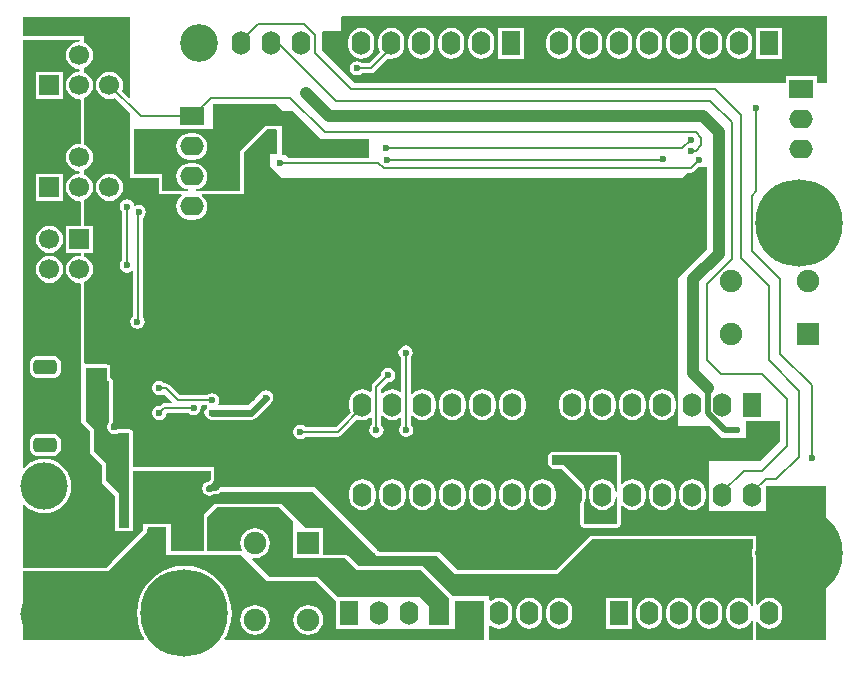
<source format=gbl>
G04*
G04 #@! TF.GenerationSoftware,Altium Limited,Altium Designer,19.1.4 (82)*
G04*
G04 Layer_Physical_Order=2*
G04 Layer_Color=16711680*
%FSLAX44Y44*%
%MOMM*%
G71*
G01*
G75*
%ADD10C,0.5000*%
%ADD11C,0.2000*%
%ADD12C,0.4000*%
%ADD20R,1.9000X1.9000*%
%ADD62C,1.9000*%
%ADD63R,1.9000X1.9000*%
%ADD69C,0.6000*%
%ADD72C,1.0000*%
%ADD73R,2.0000X1.6000*%
%ADD74O,2.0000X1.6000*%
%ADD75O,1.6000X2.0000*%
%ADD76R,1.6000X2.0000*%
%ADD77C,1.7000*%
%ADD78R,1.7000X1.7000*%
G04:AMPARAMS|DCode=79|XSize=2mm|YSize=1.25mm|CornerRadius=0.375mm|HoleSize=0mm|Usage=FLASHONLY|Rotation=0.000|XOffset=0mm|YOffset=0mm|HoleType=Round|Shape=RoundedRectangle|*
%AMROUNDEDRECTD79*
21,1,2.0000,0.5000,0,0,0.0*
21,1,1.2500,1.2500,0,0,0.0*
1,1,0.7500,0.6250,-0.2500*
1,1,0.7500,-0.6250,-0.2500*
1,1,0.7500,-0.6250,0.2500*
1,1,0.7500,0.6250,0.2500*
%
%ADD79ROUNDEDRECTD79*%
%ADD80C,7.4000*%
%ADD81C,3.2000*%
%ADD82C,4.0000*%
%ADD83C,0.6000*%
G36*
X684000Y474000D02*
X675000D01*
Y480000D01*
X649000D01*
Y474000D01*
X284000D01*
X256000Y502000D01*
Y517102D01*
X256898Y518000D01*
X272000Y518000D01*
X272000Y530586D01*
X273000Y531000D01*
X684000D01*
Y474000D01*
D02*
G37*
G36*
X94000Y462067D02*
X92827Y461581D01*
X86691Y467717D01*
X87404Y469438D01*
X87799Y472440D01*
X87404Y475442D01*
X86245Y478240D01*
X84402Y480642D01*
X82000Y482485D01*
X79202Y483644D01*
X76200Y484039D01*
X73198Y483644D01*
X70400Y482485D01*
X67998Y480642D01*
X66155Y478240D01*
X64996Y475442D01*
X64601Y472440D01*
X64996Y469438D01*
X66155Y466640D01*
X67998Y464238D01*
X70400Y462395D01*
X73198Y461236D01*
X76200Y460841D01*
X79202Y461236D01*
X80923Y461949D01*
X94000Y448872D01*
Y394000D01*
X118000D01*
Y380000D01*
X137137D01*
X137568Y378730D01*
X136155Y377645D01*
X134391Y375347D01*
X133283Y372672D01*
X132905Y369800D01*
X133283Y366928D01*
X134391Y364253D01*
X136155Y361955D01*
X138453Y360191D01*
X141128Y359083D01*
X144000Y358705D01*
X148000D01*
X150872Y359083D01*
X153547Y360191D01*
X155845Y361955D01*
X157608Y364253D01*
X158717Y366928D01*
X159095Y369800D01*
X158717Y372672D01*
X157608Y375347D01*
X155845Y377645D01*
X154432Y378730D01*
X154863Y380000D01*
X190000D01*
X190000Y415000D01*
X210000Y435000D01*
X217102Y435000D01*
X218000Y434102D01*
X218000Y414000D01*
X212000Y414000D01*
X212000Y404000D01*
X221999Y394000D01*
X561001Y394001D01*
X565422Y398422D01*
X568500D01*
X568500Y398422D01*
X570061Y398732D01*
X571384Y399616D01*
X574708Y402940D01*
X575000Y402882D01*
X575591Y403000D01*
X582000Y403000D01*
X582000Y333000D01*
X558000Y309000D01*
X558000Y184000D01*
X585000Y184000D01*
X595000Y174000D01*
X615000Y174000D01*
X615000Y188000D01*
X644000D01*
Y171000D01*
X627000Y154000D01*
X584000D01*
Y112000D01*
X632000D01*
Y133000D01*
X683000D01*
Y3000D01*
X624059D01*
X624059Y17751D01*
X625329Y18004D01*
X625392Y17852D01*
X627155Y15555D01*
X629453Y13792D01*
X632128Y12683D01*
X635000Y12305D01*
X637872Y12683D01*
X640547Y13792D01*
X642845Y15555D01*
X644609Y17852D01*
X645717Y20528D01*
X646095Y23400D01*
Y27400D01*
X645717Y30272D01*
X644609Y32947D01*
X642845Y35245D01*
X640547Y37009D01*
X637872Y38117D01*
X635000Y38495D01*
X632128Y38117D01*
X629453Y37009D01*
X627155Y35245D01*
X625392Y32947D01*
X625329Y32796D01*
X624059Y33049D01*
X624059Y68966D01*
X624000Y69262D01*
Y83138D01*
X624059Y83434D01*
Y88000D01*
X624000Y88296D01*
Y91000D01*
X621296D01*
X621000Y91059D01*
X485000Y91059D01*
X485000Y91059D01*
X484704Y91000D01*
X483000D01*
X454059Y62059D01*
X429591D01*
X429296Y62000D01*
X428704D01*
X428409Y62059D01*
X422591D01*
X422295Y62000D01*
X421704D01*
X421409Y62059D01*
X415591D01*
X415296Y62000D01*
X414704D01*
X414409Y62059D01*
X370942D01*
X356000Y77000D01*
X354296D01*
X354000Y77059D01*
X354000Y77059D01*
X304941D01*
X250000Y132000D01*
X195000Y132000D01*
X170000D01*
X168819Y130819D01*
X167837Y130163D01*
X167837Y130163D01*
X166733Y129059D01*
X164317Y129059D01*
X164021Y129000D01*
X163720D01*
X163442Y128885D01*
X163146Y128826D01*
X162896Y128659D01*
X162617Y128543D01*
X162148Y128229D01*
X161000Y128001D01*
X159852Y128229D01*
X159383Y128543D01*
X159104Y128659D01*
X158965Y128752D01*
X158229Y129852D01*
X158001Y131000D01*
X158229Y132148D01*
X158879Y133120D01*
X159852Y133771D01*
X160495Y133898D01*
X160774Y134014D01*
X161069Y134073D01*
X161319Y134240D01*
X161598Y134355D01*
X161811Y134568D01*
X162061Y134735D01*
X164163Y136837D01*
X164826Y137830D01*
X165059Y139000D01*
X165059Y139000D01*
Y146000D01*
X165000Y146295D01*
Y149000D01*
X162295D01*
X162000Y149059D01*
X96059D01*
Y178000D01*
X96000Y178295D01*
Y180000D01*
X95272D01*
X95163Y180163D01*
X94171Y180826D01*
X93000Y181059D01*
X83442D01*
X83147Y181000D01*
X82846D01*
X82567Y180885D01*
X82272Y180826D01*
X82022Y180659D01*
X81743Y180543D01*
X81648Y180479D01*
X80500Y180251D01*
X79352Y180479D01*
X78380Y181129D01*
X77729Y182102D01*
X77501Y183250D01*
X77729Y184398D01*
X78543Y185616D01*
X78658Y185894D01*
X78826Y186144D01*
X78885Y186440D01*
X79000Y186718D01*
X79000Y187019D01*
X79059Y187315D01*
X79059Y221707D01*
X79000Y222002D01*
Y222303D01*
X78885Y222582D01*
X78826Y222877D01*
X78658Y223128D01*
X78543Y223406D01*
X78330Y223619D01*
X78163Y223869D01*
X77912Y224037D01*
X77787Y224162D01*
X77787Y224163D01*
X77786Y224163D01*
X77699Y224250D01*
X77449Y224417D01*
X77323Y224543D01*
X77059Y224653D01*
Y225659D01*
X77000Y225954D01*
Y226546D01*
X77059Y226841D01*
X77059Y233000D01*
X77000Y233295D01*
Y236000D01*
X74295D01*
X74000Y236059D01*
X56000D01*
X55059Y236980D01*
X55059Y304196D01*
X55039Y304295D01*
X55052Y304396D01*
X55000Y304591D01*
Y305892D01*
X56600Y306555D01*
X59002Y308398D01*
X60845Y310800D01*
X62004Y313598D01*
X62399Y316600D01*
X62004Y319602D01*
X60845Y322400D01*
X59002Y324802D01*
X56600Y326645D01*
X55000Y327308D01*
Y328609D01*
X55052Y328804D01*
X55039Y328905D01*
X55059Y329004D01*
Y330500D01*
X62300D01*
Y353500D01*
X55059D01*
Y373676D01*
X55039Y373775D01*
X55052Y373876D01*
X55000Y374071D01*
Y375372D01*
X56600Y376035D01*
X59002Y377878D01*
X60845Y380280D01*
X62004Y383078D01*
X62399Y386080D01*
X62004Y389082D01*
X60845Y391880D01*
X59002Y394282D01*
X56600Y396125D01*
X55000Y396788D01*
Y400772D01*
X56600Y401435D01*
X59002Y403278D01*
X60845Y405680D01*
X62004Y408478D01*
X62399Y411480D01*
X62004Y414482D01*
X60845Y417280D01*
X59002Y419682D01*
X56600Y421525D01*
X55000Y422188D01*
Y423489D01*
X55052Y423684D01*
X55039Y423785D01*
X55059Y423884D01*
X55059Y460036D01*
X55039Y460135D01*
X55052Y460236D01*
X55000Y460431D01*
Y461732D01*
X56600Y462395D01*
X59002Y464238D01*
X60845Y466640D01*
X62004Y469438D01*
X62399Y472440D01*
X62004Y475442D01*
X60845Y478240D01*
X59002Y480642D01*
X56600Y482485D01*
X55000Y483148D01*
Y487132D01*
X56600Y487795D01*
X59002Y489638D01*
X60845Y492040D01*
X62004Y494838D01*
X62399Y497840D01*
X62004Y500842D01*
X60845Y503640D01*
X59002Y506042D01*
X56600Y507885D01*
X55000Y508548D01*
Y514000D01*
X51281D01*
X51036Y514057D01*
X50985Y514049D01*
X50936Y514059D01*
X3000D01*
Y530000D01*
X94000D01*
Y462067D01*
D02*
G37*
G36*
X51053Y510687D02*
X51006Y510454D01*
X50196Y509360D01*
X47798Y509044D01*
X45000Y507885D01*
X42598Y506042D01*
X40755Y503640D01*
X39596Y500842D01*
X39201Y497840D01*
X39596Y494838D01*
X40755Y492040D01*
X42598Y489638D01*
X45000Y487795D01*
X47798Y486636D01*
X50800Y486241D01*
X51467Y485162D01*
Y485118D01*
X50800Y484039D01*
X47798Y483644D01*
X45000Y482485D01*
X42598Y480642D01*
X40755Y478240D01*
X39596Y475442D01*
X39201Y472440D01*
X39596Y469438D01*
X40755Y466640D01*
X42598Y464238D01*
X45000Y462395D01*
X47798Y461236D01*
X50800Y460841D01*
X51045Y460873D01*
X52000Y460036D01*
X52000Y423884D01*
X51045Y423047D01*
X50800Y423079D01*
X47798Y422684D01*
X45000Y421525D01*
X42598Y419682D01*
X40755Y417280D01*
X39596Y414482D01*
X39201Y411480D01*
X39596Y408478D01*
X40755Y405680D01*
X42598Y403278D01*
X45000Y401435D01*
X47798Y400276D01*
X50800Y399881D01*
X51468Y398802D01*
Y398758D01*
X50800Y397679D01*
X47798Y397284D01*
X45000Y396125D01*
X42598Y394282D01*
X40755Y391880D01*
X39596Y389082D01*
X39201Y386080D01*
X39596Y383078D01*
X40755Y380280D01*
X42598Y377878D01*
X45000Y376035D01*
X47798Y374876D01*
X50800Y374481D01*
X51045Y374513D01*
X52000Y373676D01*
Y353500D01*
X39300D01*
Y330500D01*
X52000D01*
Y329004D01*
X51045Y328167D01*
X50800Y328199D01*
X47798Y327804D01*
X45000Y326645D01*
X42598Y324802D01*
X40755Y322400D01*
X39596Y319602D01*
X39201Y316600D01*
X39596Y313598D01*
X40755Y310800D01*
X42598Y308398D01*
X45000Y306555D01*
X47798Y305396D01*
X50800Y305001D01*
X51045Y305033D01*
X52000Y304196D01*
X52000Y187000D01*
X59941Y179059D01*
Y163000D01*
X60000Y162705D01*
X60000Y161000D01*
X69941Y151059D01*
Y138000D01*
X69941Y138000D01*
X70000Y137705D01*
Y136000D01*
X80941Y125058D01*
Y98000D01*
X81000Y97705D01*
Y95000D01*
X83705D01*
X84000Y94941D01*
X88204D01*
X88500Y94882D01*
X88795Y94941D01*
X93000D01*
X93295Y95000D01*
X96000D01*
Y97705D01*
X96059Y98000D01*
Y146000D01*
X162000D01*
Y139000D01*
X159898Y136898D01*
X158659Y136652D01*
X156674Y135326D01*
X155348Y133341D01*
X154882Y131000D01*
X155348Y128659D01*
X156674Y126674D01*
X157000Y126457D01*
Y126000D01*
X157683D01*
X158659Y125348D01*
X161000Y124882D01*
X163341Y125348D01*
X164317Y126000D01*
X168000Y126000D01*
X170000Y128000D01*
X249000Y128000D01*
X300369Y76631D01*
X300674Y76174D01*
X301131Y75869D01*
X303000Y74000D01*
X354000D01*
X369000Y59000D01*
X414409D01*
X415000Y58882D01*
X415591Y59000D01*
X421409D01*
X422000Y58882D01*
X422591Y59000D01*
X428409D01*
X429000Y58882D01*
X429591Y59000D01*
X456000D01*
X485000Y88000D01*
X621000Y88000D01*
Y83434D01*
X620770Y82477D01*
X620276Y76200D01*
X620770Y69923D01*
X621000Y68966D01*
X621000Y31941D01*
X619730Y31688D01*
X619208Y32947D01*
X617445Y35245D01*
X615148Y37009D01*
X612472Y38117D01*
X609600Y38495D01*
X606728Y38117D01*
X604053Y37009D01*
X601755Y35245D01*
X599991Y32947D01*
X598883Y30272D01*
X598505Y27400D01*
Y23400D01*
X598883Y20528D01*
X599991Y17852D01*
X601755Y15555D01*
X604053Y13792D01*
X606728Y12683D01*
X609600Y12305D01*
X612472Y12683D01*
X615148Y13792D01*
X617445Y15555D01*
X619208Y17852D01*
X619730Y19112D01*
X621000Y18859D01*
X621000Y3000D01*
X398000Y3000D01*
Y14380D01*
X399270Y15006D01*
X400853Y13792D01*
X403528Y12683D01*
X406400Y12305D01*
X409272Y12683D01*
X411948Y13792D01*
X414245Y15555D01*
X416008Y17852D01*
X417117Y20528D01*
X417495Y23400D01*
Y27400D01*
X417117Y30272D01*
X416008Y32947D01*
X414245Y35245D01*
X411948Y37009D01*
X409272Y38117D01*
X406400Y38495D01*
X403528Y38117D01*
X400853Y37009D01*
X399270Y35794D01*
X398000Y36421D01*
Y40000D01*
X367000D01*
X342000Y65000D01*
X340295D01*
X340000Y65059D01*
X340000Y65059D01*
X326591Y65059D01*
X326296Y65000D01*
X325704D01*
X325409Y65059D01*
X319591Y65059D01*
X319296Y65000D01*
X318704D01*
X318409Y65059D01*
X289590Y65059D01*
X289296Y65000D01*
X288704D01*
X288410Y65059D01*
X287267D01*
X278163Y74163D01*
X278163Y74163D01*
X277181Y74819D01*
X277000Y75000D01*
X276294D01*
X276000Y75059D01*
X276000Y75059D01*
X257000D01*
Y98000D01*
X242000Y98000D01*
X222000Y118000D01*
X220295D01*
X220000Y118059D01*
X220000Y118059D01*
X167000Y118059D01*
X167000Y118059D01*
X166704Y118000D01*
X165000Y118000D01*
X156000Y109000D01*
Y107297D01*
X155941Y107000D01*
X155941Y106999D01*
X155941Y94000D01*
X155941Y90272D01*
X155905Y90000D01*
Y86000D01*
X155941Y85727D01*
X155941Y78957D01*
X155043Y78059D01*
X142321Y78059D01*
X142123Y78019D01*
X141921Y78033D01*
X141674Y78000D01*
X141526D01*
X141279Y78033D01*
X141077Y78019D01*
X140879Y78059D01*
X128000Y78059D01*
X128000Y101000D01*
X127200D01*
Y101000D01*
X124295D01*
X124000Y101059D01*
X108898Y101059D01*
X108898Y101059D01*
X108603Y101000D01*
X105200Y101000D01*
X105200Y101000D01*
X105000Y101000D01*
X105000Y97397D01*
X104941Y97102D01*
X104941Y97102D01*
X104941Y95941D01*
X78000Y69000D01*
X73059Y64059D01*
X3000Y64059D01*
Y116793D01*
X4196Y117221D01*
X4658Y116658D01*
X8160Y113784D01*
X12156Y111648D01*
X16491Y110333D01*
X21000Y109889D01*
X25509Y110333D01*
X29844Y111648D01*
X33840Y113784D01*
X37342Y116658D01*
X40216Y120160D01*
X42352Y124156D01*
X43667Y128491D01*
X44111Y133000D01*
X43667Y137509D01*
X42352Y141844D01*
X40216Y145840D01*
X37342Y149342D01*
X33840Y152216D01*
X29844Y154352D01*
X25509Y155667D01*
X21000Y156111D01*
X16491Y155667D01*
X12156Y154352D01*
X8160Y152216D01*
X4658Y149342D01*
X4196Y148779D01*
X3000Y149207D01*
Y511000D01*
X50936D01*
X51053Y510687D01*
D02*
G37*
G36*
X221000Y453000D02*
X223000Y451000D01*
X231000Y451000D01*
X255000Y427000D01*
X296000Y427000D01*
X296000Y411078D01*
X227922D01*
X226000Y413000D01*
X222000Y413000D01*
X222000Y438000D01*
X217397Y438000D01*
X217102Y438059D01*
X217102Y438059D01*
X210000Y438059D01*
X209705Y438000D01*
X208000D01*
X187000Y417000D01*
Y415818D01*
X186848Y415591D01*
X186383Y413250D01*
X186848Y410909D01*
X186941Y410770D01*
X186941Y383059D01*
X154863D01*
X154763Y383039D01*
X154663Y383052D01*
X154468Y383000D01*
X149336Y383000D01*
X149253Y384270D01*
X150872Y384483D01*
X153547Y385592D01*
X155845Y387355D01*
X157608Y389653D01*
X158717Y392328D01*
X159095Y395200D01*
X158717Y398072D01*
X157608Y400747D01*
X155845Y403045D01*
X153547Y404809D01*
X150872Y405917D01*
X148000Y406295D01*
X144000D01*
X141128Y405917D01*
X138453Y404809D01*
X136155Y403045D01*
X134391Y400747D01*
X133283Y398072D01*
X132905Y395200D01*
X133283Y392328D01*
X134391Y389653D01*
X136155Y387355D01*
X138453Y385592D01*
X141128Y384483D01*
X142747Y384270D01*
X142664Y383000D01*
X137532D01*
X137337Y383052D01*
X137237Y383039D01*
X137137Y383059D01*
X121059D01*
Y394000D01*
X121000Y394295D01*
Y397000D01*
X118295D01*
X118000Y397059D01*
X97059D01*
Y435000D01*
X164000D01*
Y457000D01*
X217000D01*
X221000Y453000D01*
D02*
G37*
G36*
X74000Y226841D02*
X73882Y226250D01*
X74000Y225659D01*
Y222000D01*
X75624Y222000D01*
X75674Y221924D01*
X76000Y221707D01*
X76000Y187315D01*
X74848Y185591D01*
X74383Y183250D01*
X74848Y180909D01*
X76174Y178924D01*
X78159Y177598D01*
X80500Y177132D01*
X82841Y177598D01*
X83442Y178000D01*
X93000D01*
Y98000D01*
X84000D01*
Y127000D01*
X73000Y138000D01*
Y153000D01*
X63000Y163000D01*
Y181000D01*
X56000Y188000D01*
Y233000D01*
X74000D01*
X74000Y226841D01*
D02*
G37*
G36*
X232000Y103000D02*
X232000Y72000D01*
X276000D01*
X286000Y62000D01*
X288410D01*
X289000Y61883D01*
X289590Y62000D01*
X318409Y62000D01*
X319000Y61883D01*
X319591Y62000D01*
X325409Y62000D01*
X326000Y61883D01*
X326591Y62000D01*
X340000Y62000D01*
X364000Y38000D01*
X364000Y15059D01*
X347000D01*
X347000Y31000D01*
X339000Y39000D01*
X270000Y39000D01*
X253000Y56000D01*
X251296D01*
X251000Y56059D01*
X251000Y56059D01*
X211941Y56059D01*
X196781Y71219D01*
X197374Y72422D01*
X199500Y72142D01*
X202763Y72572D01*
X205804Y73831D01*
X208415Y75835D01*
X210419Y78446D01*
X211678Y81487D01*
X212108Y84750D01*
X211678Y88013D01*
X210419Y91054D01*
X208415Y93665D01*
X205804Y95669D01*
X202763Y96928D01*
X199500Y97358D01*
X196237Y96928D01*
X193196Y95669D01*
X190585Y93665D01*
X188581Y91054D01*
X187322Y88013D01*
X186892Y84750D01*
X187322Y81487D01*
X188227Y79300D01*
X188198Y79139D01*
X187367Y78059D01*
X167720Y78059D01*
X167522Y78019D01*
X167321Y78032D01*
X167074Y78000D01*
X166926D01*
X166679Y78032D01*
X166478Y78019D01*
X166280Y78059D01*
X159000Y78059D01*
X159000Y94000D01*
X159000Y107000D01*
X167000Y115000D01*
X220000Y115000D01*
X232000Y103000D01*
D02*
G37*
G36*
X124000Y75000D02*
X140879Y75000D01*
X141600Y74905D01*
X142321Y75000D01*
X166280Y75000D01*
X167000Y74905D01*
X167720Y75000D01*
X188000Y75000D01*
X210000Y53000D01*
X251000Y53000D01*
X268000Y36000D01*
X268000Y12000D01*
X369000D01*
X369000Y36000D01*
X393000D01*
X393000Y3000D01*
X174186Y3000D01*
X173565Y4108D01*
X175450Y7184D01*
X177860Y13001D01*
X179330Y19123D01*
X179824Y25400D01*
X179330Y31677D01*
X177860Y37799D01*
X175450Y43616D01*
X172161Y48984D01*
X168072Y53772D01*
X163284Y57861D01*
X157916Y61150D01*
X152099Y63560D01*
X145977Y65030D01*
X139700Y65524D01*
X133423Y65030D01*
X127301Y63560D01*
X121484Y61150D01*
X116116Y57861D01*
X111328Y53772D01*
X107239Y48984D01*
X103949Y43616D01*
X101540Y37799D01*
X100070Y31677D01*
X99576Y25400D01*
X100070Y19123D01*
X101540Y13001D01*
X103949Y7184D01*
X105835Y4108D01*
X105214Y3000D01*
X3000D01*
Y61000D01*
X75000Y61000D01*
X108000Y94000D01*
X108000Y97102D01*
X108898Y98000D01*
X124000Y98000D01*
X124000Y75000D01*
D02*
G37*
%LPC*%
G36*
X646000Y521000D02*
X624000D01*
Y495000D01*
X646000D01*
Y521000D01*
D02*
G37*
G36*
X427560D02*
X405560D01*
Y495000D01*
X427560D01*
Y521000D01*
D02*
G37*
G36*
X609600Y521095D02*
X606728Y520717D01*
X604053Y519608D01*
X601755Y517845D01*
X599991Y515547D01*
X598883Y512872D01*
X598505Y510000D01*
Y506000D01*
X598883Y503128D01*
X599991Y500452D01*
X601755Y498155D01*
X604053Y496391D01*
X606728Y495283D01*
X609600Y494905D01*
X612472Y495283D01*
X615148Y496391D01*
X617445Y498155D01*
X619208Y500452D01*
X620317Y503128D01*
X620695Y506000D01*
Y510000D01*
X620317Y512872D01*
X619208Y515547D01*
X617445Y517845D01*
X615148Y519608D01*
X612472Y520717D01*
X609600Y521095D01*
D02*
G37*
G36*
X584200D02*
X581328Y520717D01*
X578652Y519608D01*
X576355Y517845D01*
X574591Y515547D01*
X573483Y512872D01*
X573105Y510000D01*
Y506000D01*
X573483Y503128D01*
X574591Y500452D01*
X576355Y498155D01*
X578652Y496391D01*
X581328Y495283D01*
X584200Y494905D01*
X587072Y495283D01*
X589748Y496391D01*
X592045Y498155D01*
X593809Y500452D01*
X594917Y503128D01*
X595295Y506000D01*
Y510000D01*
X594917Y512872D01*
X593809Y515547D01*
X592045Y517845D01*
X589748Y519608D01*
X587072Y520717D01*
X584200Y521095D01*
D02*
G37*
G36*
X558800D02*
X555928Y520717D01*
X553252Y519608D01*
X550955Y517845D01*
X549192Y515547D01*
X548083Y512872D01*
X547705Y510000D01*
Y506000D01*
X548083Y503128D01*
X549192Y500452D01*
X550955Y498155D01*
X553252Y496391D01*
X555928Y495283D01*
X558800Y494905D01*
X561672Y495283D01*
X564347Y496391D01*
X566645Y498155D01*
X568409Y500452D01*
X569517Y503128D01*
X569895Y506000D01*
Y510000D01*
X569517Y512872D01*
X568409Y515547D01*
X566645Y517845D01*
X564347Y519608D01*
X561672Y520717D01*
X558800Y521095D01*
D02*
G37*
G36*
X533400D02*
X530528Y520717D01*
X527853Y519608D01*
X525555Y517845D01*
X523792Y515547D01*
X522683Y512872D01*
X522305Y510000D01*
Y506000D01*
X522683Y503128D01*
X523792Y500452D01*
X525555Y498155D01*
X527853Y496391D01*
X530528Y495283D01*
X533400Y494905D01*
X536272Y495283D01*
X538947Y496391D01*
X541245Y498155D01*
X543008Y500452D01*
X544117Y503128D01*
X544495Y506000D01*
Y510000D01*
X544117Y512872D01*
X543008Y515547D01*
X541245Y517845D01*
X538947Y519608D01*
X536272Y520717D01*
X533400Y521095D01*
D02*
G37*
G36*
X508000D02*
X505128Y520717D01*
X502453Y519608D01*
X500155Y517845D01*
X498391Y515547D01*
X497283Y512872D01*
X496905Y510000D01*
Y506000D01*
X497283Y503128D01*
X498391Y500452D01*
X500155Y498155D01*
X502453Y496391D01*
X505128Y495283D01*
X508000Y494905D01*
X510872Y495283D01*
X513548Y496391D01*
X515845Y498155D01*
X517608Y500452D01*
X518717Y503128D01*
X519095Y506000D01*
Y510000D01*
X518717Y512872D01*
X517608Y515547D01*
X515845Y517845D01*
X513548Y519608D01*
X510872Y520717D01*
X508000Y521095D01*
D02*
G37*
G36*
X482600D02*
X479728Y520717D01*
X477052Y519608D01*
X474755Y517845D01*
X472991Y515547D01*
X471883Y512872D01*
X471505Y510000D01*
Y506000D01*
X471883Y503128D01*
X472991Y500452D01*
X474755Y498155D01*
X477052Y496391D01*
X479728Y495283D01*
X482600Y494905D01*
X485472Y495283D01*
X488148Y496391D01*
X490445Y498155D01*
X492209Y500452D01*
X493317Y503128D01*
X493695Y506000D01*
Y510000D01*
X493317Y512872D01*
X492209Y515547D01*
X490445Y517845D01*
X488148Y519608D01*
X485472Y520717D01*
X482600Y521095D01*
D02*
G37*
G36*
X457200D02*
X454328Y520717D01*
X451652Y519608D01*
X449355Y517845D01*
X447592Y515547D01*
X446483Y512872D01*
X446105Y510000D01*
Y506000D01*
X446483Y503128D01*
X447592Y500452D01*
X449355Y498155D01*
X451652Y496391D01*
X454328Y495283D01*
X457200Y494905D01*
X460072Y495283D01*
X462747Y496391D01*
X465045Y498155D01*
X466809Y500452D01*
X467917Y503128D01*
X468295Y506000D01*
Y510000D01*
X467917Y512872D01*
X466809Y515547D01*
X465045Y517845D01*
X462747Y519608D01*
X460072Y520717D01*
X457200Y521095D01*
D02*
G37*
G36*
X391160D02*
X388288Y520717D01*
X385612Y519608D01*
X383315Y517845D01*
X381552Y515547D01*
X380443Y512872D01*
X380065Y510000D01*
Y506000D01*
X380443Y503128D01*
X381552Y500452D01*
X383315Y498155D01*
X385612Y496391D01*
X388288Y495283D01*
X391160Y494905D01*
X394032Y495283D01*
X396707Y496391D01*
X399005Y498155D01*
X400769Y500452D01*
X401877Y503128D01*
X402255Y506000D01*
Y510000D01*
X401877Y512872D01*
X400769Y515547D01*
X399005Y517845D01*
X396707Y519608D01*
X394032Y520717D01*
X391160Y521095D01*
D02*
G37*
G36*
X365760D02*
X362888Y520717D01*
X360213Y519608D01*
X357915Y517845D01*
X356152Y515547D01*
X355043Y512872D01*
X354665Y510000D01*
Y506000D01*
X355043Y503128D01*
X356152Y500452D01*
X357915Y498155D01*
X360213Y496391D01*
X362888Y495283D01*
X365760Y494905D01*
X368632Y495283D01*
X371307Y496391D01*
X373605Y498155D01*
X375368Y500452D01*
X376477Y503128D01*
X376855Y506000D01*
Y510000D01*
X376477Y512872D01*
X375368Y515547D01*
X373605Y517845D01*
X371307Y519608D01*
X368632Y520717D01*
X365760Y521095D01*
D02*
G37*
G36*
X340360D02*
X337488Y520717D01*
X334813Y519608D01*
X332515Y517845D01*
X330751Y515547D01*
X329643Y512872D01*
X329265Y510000D01*
Y506000D01*
X329643Y503128D01*
X330751Y500452D01*
X332515Y498155D01*
X334813Y496391D01*
X337488Y495283D01*
X340360Y494905D01*
X343232Y495283D01*
X345908Y496391D01*
X348205Y498155D01*
X349968Y500452D01*
X351077Y503128D01*
X351455Y506000D01*
Y510000D01*
X351077Y512872D01*
X349968Y515547D01*
X348205Y517845D01*
X345908Y519608D01*
X343232Y520717D01*
X340360Y521095D01*
D02*
G37*
G36*
X314960D02*
X312088Y520717D01*
X309412Y519608D01*
X307115Y517845D01*
X305352Y515547D01*
X304243Y512872D01*
X303865Y510000D01*
Y506000D01*
X304243Y503128D01*
X305352Y500452D01*
X305361Y500440D01*
X295874Y490953D01*
X290366D01*
X290201Y491201D01*
X288216Y492527D01*
X285875Y492993D01*
X283534Y492527D01*
X281549Y491201D01*
X280223Y489216D01*
X279757Y486875D01*
X280223Y484534D01*
X281549Y482549D01*
X283534Y481223D01*
X285875Y480757D01*
X288216Y481223D01*
X290201Y482549D01*
X290366Y482797D01*
X297563D01*
X297563Y482797D01*
X299124Y483107D01*
X300447Y483991D01*
X311841Y495386D01*
X312088Y495283D01*
X314960Y494905D01*
X317832Y495283D01*
X320508Y496391D01*
X322805Y498155D01*
X324568Y500452D01*
X325677Y503128D01*
X326055Y506000D01*
Y510000D01*
X325677Y512872D01*
X324568Y515547D01*
X322805Y517845D01*
X320508Y519608D01*
X317832Y520717D01*
X314960Y521095D01*
D02*
G37*
G36*
X289560D02*
X286688Y520717D01*
X284013Y519608D01*
X281715Y517845D01*
X279951Y515547D01*
X278843Y512872D01*
X278465Y510000D01*
Y506000D01*
X278843Y503128D01*
X279951Y500452D01*
X281715Y498155D01*
X284013Y496391D01*
X286688Y495283D01*
X289560Y494905D01*
X292432Y495283D01*
X295107Y496391D01*
X297405Y498155D01*
X299168Y500452D01*
X300277Y503128D01*
X300655Y506000D01*
Y510000D01*
X300277Y512872D01*
X299168Y515547D01*
X297405Y517845D01*
X295107Y519608D01*
X292432Y520717D01*
X289560Y521095D01*
D02*
G37*
G36*
X76200Y397679D02*
X73198Y397284D01*
X70400Y396125D01*
X67998Y394282D01*
X66155Y391880D01*
X64996Y389082D01*
X64601Y386080D01*
X64996Y383078D01*
X66155Y380280D01*
X67998Y377878D01*
X70400Y376035D01*
X73198Y374876D01*
X76200Y374481D01*
X79202Y374876D01*
X82000Y376035D01*
X84402Y377878D01*
X86245Y380280D01*
X87404Y383078D01*
X87799Y386080D01*
X87404Y389082D01*
X86245Y391880D01*
X84402Y394282D01*
X82000Y396125D01*
X79202Y397284D01*
X76200Y397679D01*
D02*
G37*
G36*
X91000Y375868D02*
X88659Y375402D01*
X86674Y374076D01*
X85348Y372091D01*
X84882Y369750D01*
X85348Y367409D01*
X86674Y365424D01*
X86922Y365259D01*
Y324491D01*
X86674Y324326D01*
X85348Y322341D01*
X84882Y320000D01*
X85348Y317659D01*
X86674Y315674D01*
X88659Y314348D01*
X91000Y313883D01*
X93341Y314348D01*
X95152Y315558D01*
X96422Y315203D01*
Y277075D01*
X95674Y276576D01*
X94348Y274591D01*
X93883Y272250D01*
X94348Y269909D01*
X95674Y267924D01*
X97659Y266598D01*
X100000Y266133D01*
X102341Y266598D01*
X104326Y267924D01*
X105652Y269909D01*
X106117Y272250D01*
X105652Y274591D01*
X104578Y276198D01*
Y360175D01*
X105326Y360674D01*
X106652Y362659D01*
X107118Y365000D01*
X106652Y367341D01*
X105326Y369326D01*
X103341Y370652D01*
X101000Y371118D01*
X98659Y370652D01*
X98283Y370401D01*
X96872Y370985D01*
X96652Y372091D01*
X95326Y374076D01*
X93341Y375402D01*
X91000Y375868D01*
D02*
G37*
G36*
X327000Y252118D02*
X324659Y251652D01*
X322674Y250326D01*
X321348Y248341D01*
X320882Y246000D01*
X321348Y243659D01*
X322674Y241674D01*
X323272Y241275D01*
Y213536D01*
X322133Y212974D01*
X321398Y213538D01*
X318722Y214647D01*
X315850Y215025D01*
X312978Y214647D01*
X310303Y213538D01*
X308005Y211775D01*
X307531Y211158D01*
X306328Y211566D01*
Y215561D01*
X311708Y220940D01*
X312000Y220882D01*
X314341Y221348D01*
X316326Y222674D01*
X317652Y224659D01*
X318118Y227000D01*
X317652Y229341D01*
X316326Y231326D01*
X314341Y232652D01*
X312000Y233118D01*
X309659Y232652D01*
X307674Y231326D01*
X306348Y229341D01*
X305882Y227000D01*
X305940Y226708D01*
X299366Y220134D01*
X298482Y218811D01*
X298172Y217250D01*
X298172Y217250D01*
Y213306D01*
X297033Y212744D01*
X295998Y213538D01*
X293322Y214647D01*
X290450Y215025D01*
X287578Y214647D01*
X284902Y213538D01*
X282605Y211775D01*
X280842Y209478D01*
X279733Y206802D01*
X279355Y203930D01*
Y199930D01*
X279733Y197058D01*
X280342Y195589D01*
X267831Y183078D01*
X242491D01*
X242326Y183326D01*
X240341Y184652D01*
X238000Y185117D01*
X235659Y184652D01*
X233674Y183326D01*
X232348Y181341D01*
X231882Y179000D01*
X232348Y176659D01*
X233674Y174674D01*
X235659Y173348D01*
X238000Y172882D01*
X240341Y173348D01*
X242326Y174674D01*
X242491Y174922D01*
X269520D01*
X269520Y174922D01*
X271081Y175232D01*
X272404Y176116D01*
X286109Y189822D01*
X287578Y189213D01*
X290450Y188835D01*
X293322Y189213D01*
X295998Y190322D01*
X297033Y191116D01*
X298172Y190554D01*
Y184741D01*
X297924Y184576D01*
X296598Y182591D01*
X296133Y180250D01*
X296598Y177909D01*
X297924Y175924D01*
X299909Y174598D01*
X302250Y174132D01*
X304591Y174598D01*
X306576Y175924D01*
X307902Y177909D01*
X308368Y180250D01*
X307902Y182591D01*
X306576Y184576D01*
X306328Y184741D01*
Y192294D01*
X307531Y192702D01*
X308005Y192085D01*
X310303Y190322D01*
X312978Y189213D01*
X315850Y188835D01*
X318722Y189213D01*
X321398Y190322D01*
X322133Y190886D01*
X323272Y190324D01*
Y185141D01*
X323174Y185076D01*
X321848Y183091D01*
X321382Y180750D01*
X321848Y178409D01*
X323174Y176424D01*
X325159Y175098D01*
X327500Y174632D01*
X329841Y175098D01*
X331826Y176424D01*
X333152Y178409D01*
X333618Y180750D01*
X333152Y183091D01*
X331826Y185076D01*
X331428Y185341D01*
Y192574D01*
X332698Y193005D01*
X333405Y192085D01*
X335703Y190322D01*
X338378Y189213D01*
X341250Y188835D01*
X344122Y189213D01*
X346797Y190322D01*
X349095Y192085D01*
X350858Y194382D01*
X351967Y197058D01*
X352345Y199930D01*
Y203930D01*
X351967Y206802D01*
X350858Y209478D01*
X349095Y211775D01*
X346797Y213538D01*
X344122Y214647D01*
X341250Y215025D01*
X338378Y214647D01*
X335703Y213538D01*
X333405Y211775D01*
X332698Y210855D01*
X331428Y211286D01*
Y241828D01*
X332652Y243659D01*
X333117Y246000D01*
X332652Y248341D01*
X331326Y250326D01*
X329341Y251652D01*
X327000Y252118D01*
D02*
G37*
G36*
X118500Y222118D02*
X116159Y221652D01*
X114174Y220326D01*
X112848Y218341D01*
X112382Y216000D01*
X112848Y213659D01*
X114174Y211674D01*
X116159Y210348D01*
X118500Y209883D01*
X120841Y210348D01*
X122515Y211467D01*
X129481Y204502D01*
X128995Y203328D01*
X122750D01*
X121189Y203018D01*
X119866Y202134D01*
X119866Y202134D01*
X118792Y201059D01*
X118500Y201117D01*
X116159Y200652D01*
X114174Y199326D01*
X112848Y197341D01*
X112382Y195000D01*
X112848Y192659D01*
X114174Y190674D01*
X116159Y189348D01*
X118500Y188883D01*
X120841Y189348D01*
X122826Y190674D01*
X124152Y192659D01*
X124618Y195000D01*
X124758Y195172D01*
X143009D01*
X143174Y194924D01*
X145159Y193598D01*
X147500Y193132D01*
X149841Y193598D01*
X151826Y194924D01*
X153152Y196909D01*
X153617Y199250D01*
X153389Y200402D01*
X154431Y201672D01*
X158759D01*
X158924Y201424D01*
X159107Y201302D01*
Y200032D01*
X158424Y199576D01*
X157098Y197591D01*
X156632Y195250D01*
X157098Y192909D01*
X158424Y190924D01*
X160409Y189598D01*
X162750Y189132D01*
X196250D01*
X198591Y189598D01*
X200576Y190924D01*
X213326Y203674D01*
X214652Y205659D01*
X215117Y208000D01*
X214652Y210341D01*
X213326Y212326D01*
X211341Y213652D01*
X209000Y214118D01*
X206659Y213652D01*
X204674Y212326D01*
X193716Y201368D01*
X169065D01*
X168386Y202638D01*
X168902Y203409D01*
X169368Y205750D01*
X168902Y208091D01*
X167576Y210076D01*
X165591Y211402D01*
X163250Y211868D01*
X160909Y211402D01*
X158924Y210076D01*
X158759Y209828D01*
X135689D01*
X126634Y218884D01*
X125311Y219768D01*
X123750Y220078D01*
X123750Y220078D01*
X122991D01*
X122826Y220326D01*
X120841Y221652D01*
X118500Y222118D01*
D02*
G37*
G36*
X544450Y215025D02*
X541578Y214647D01*
X538903Y213538D01*
X536605Y211775D01*
X534841Y209478D01*
X533733Y206802D01*
X533355Y203930D01*
Y199930D01*
X533733Y197058D01*
X534841Y194382D01*
X536605Y192085D01*
X538903Y190322D01*
X541578Y189213D01*
X544450Y188835D01*
X547322Y189213D01*
X549997Y190322D01*
X552295Y192085D01*
X554058Y194382D01*
X555167Y197058D01*
X555545Y199930D01*
Y203930D01*
X555167Y206802D01*
X554058Y209478D01*
X552295Y211775D01*
X549997Y213538D01*
X547322Y214647D01*
X544450Y215025D01*
D02*
G37*
G36*
X519050D02*
X516178Y214647D01*
X513503Y213538D01*
X511205Y211775D01*
X509441Y209478D01*
X508333Y206802D01*
X507955Y203930D01*
Y199930D01*
X508333Y197058D01*
X509441Y194382D01*
X511205Y192085D01*
X513503Y190322D01*
X516178Y189213D01*
X519050Y188835D01*
X521922Y189213D01*
X524598Y190322D01*
X526895Y192085D01*
X528658Y194382D01*
X529767Y197058D01*
X530145Y199930D01*
Y203930D01*
X529767Y206802D01*
X528658Y209478D01*
X526895Y211775D01*
X524598Y213538D01*
X521922Y214647D01*
X519050Y215025D01*
D02*
G37*
G36*
X493650D02*
X490778Y214647D01*
X488102Y213538D01*
X485805Y211775D01*
X484041Y209478D01*
X482933Y206802D01*
X482555Y203930D01*
Y199930D01*
X482933Y197058D01*
X484041Y194382D01*
X485805Y192085D01*
X488102Y190322D01*
X490778Y189213D01*
X493650Y188835D01*
X496522Y189213D01*
X499198Y190322D01*
X501495Y192085D01*
X503259Y194382D01*
X504367Y197058D01*
X504745Y199930D01*
Y203930D01*
X504367Y206802D01*
X503259Y209478D01*
X501495Y211775D01*
X499198Y213538D01*
X496522Y214647D01*
X493650Y215025D01*
D02*
G37*
G36*
X468250D02*
X465378Y214647D01*
X462702Y213538D01*
X460405Y211775D01*
X458642Y209478D01*
X457533Y206802D01*
X457155Y203930D01*
Y199930D01*
X457533Y197058D01*
X458642Y194382D01*
X460405Y192085D01*
X462702Y190322D01*
X465378Y189213D01*
X468250Y188835D01*
X471122Y189213D01*
X473797Y190322D01*
X476095Y192085D01*
X477859Y194382D01*
X478967Y197058D01*
X479345Y199930D01*
Y203930D01*
X478967Y206802D01*
X477859Y209478D01*
X476095Y211775D01*
X473797Y213538D01*
X471122Y214647D01*
X468250Y215025D01*
D02*
G37*
G36*
X417450D02*
X414578Y214647D01*
X411903Y213538D01*
X409605Y211775D01*
X407841Y209478D01*
X406733Y206802D01*
X406355Y203930D01*
Y199930D01*
X406733Y197058D01*
X407841Y194382D01*
X409605Y192085D01*
X411903Y190322D01*
X414578Y189213D01*
X417450Y188835D01*
X420322Y189213D01*
X422998Y190322D01*
X425295Y192085D01*
X427058Y194382D01*
X428167Y197058D01*
X428545Y199930D01*
Y203930D01*
X428167Y206802D01*
X427058Y209478D01*
X425295Y211775D01*
X422998Y213538D01*
X420322Y214647D01*
X417450Y215025D01*
D02*
G37*
G36*
X392050D02*
X389178Y214647D01*
X386502Y213538D01*
X384205Y211775D01*
X382441Y209478D01*
X381333Y206802D01*
X380955Y203930D01*
Y199930D01*
X381333Y197058D01*
X382441Y194382D01*
X384205Y192085D01*
X386502Y190322D01*
X389178Y189213D01*
X392050Y188835D01*
X394922Y189213D01*
X397598Y190322D01*
X399895Y192085D01*
X401659Y194382D01*
X402767Y197058D01*
X403145Y199930D01*
Y203930D01*
X402767Y206802D01*
X401659Y209478D01*
X399895Y211775D01*
X397598Y213538D01*
X394922Y214647D01*
X392050Y215025D01*
D02*
G37*
G36*
X366650D02*
X363778Y214647D01*
X361102Y213538D01*
X358805Y211775D01*
X357042Y209478D01*
X355933Y206802D01*
X355555Y203930D01*
Y199930D01*
X355933Y197058D01*
X357042Y194382D01*
X358805Y192085D01*
X361102Y190322D01*
X363778Y189213D01*
X366650Y188835D01*
X369522Y189213D01*
X372197Y190322D01*
X374495Y192085D01*
X376259Y194382D01*
X377367Y197058D01*
X377745Y199930D01*
Y203930D01*
X377367Y206802D01*
X376259Y209478D01*
X374495Y211775D01*
X372197Y213538D01*
X369522Y214647D01*
X366650Y215025D01*
D02*
G37*
G36*
X569850Y138825D02*
X566978Y138447D01*
X564302Y137338D01*
X562005Y135575D01*
X560242Y133278D01*
X559133Y130602D01*
X558755Y127730D01*
Y123730D01*
X559133Y120858D01*
X560242Y118182D01*
X562005Y115885D01*
X564302Y114122D01*
X566978Y113013D01*
X569850Y112635D01*
X572722Y113013D01*
X575397Y114122D01*
X577695Y115885D01*
X579459Y118182D01*
X580567Y120858D01*
X580945Y123730D01*
Y127730D01*
X580567Y130602D01*
X579459Y133278D01*
X577695Y135575D01*
X575397Y137338D01*
X572722Y138447D01*
X569850Y138825D01*
D02*
G37*
G36*
X544450D02*
X541578Y138447D01*
X538903Y137338D01*
X536605Y135575D01*
X534841Y133278D01*
X533733Y130602D01*
X533355Y127730D01*
Y123730D01*
X533733Y120858D01*
X534841Y118182D01*
X536605Y115885D01*
X538903Y114122D01*
X541578Y113013D01*
X544450Y112635D01*
X547322Y113013D01*
X549997Y114122D01*
X552295Y115885D01*
X554058Y118182D01*
X555167Y120858D01*
X555545Y123730D01*
Y127730D01*
X555167Y130602D01*
X554058Y133278D01*
X552295Y135575D01*
X549997Y137338D01*
X547322Y138447D01*
X544450Y138825D01*
D02*
G37*
G36*
X451000Y162059D02*
X449829Y161826D01*
X448837Y161163D01*
X448174Y160171D01*
X447941Y159000D01*
X447941Y151898D01*
X447941Y151898D01*
X448174Y150728D01*
X448837Y149735D01*
X449735Y148837D01*
X450728Y148174D01*
X451898Y147941D01*
X451898Y147941D01*
X459733Y147941D01*
X474992Y132683D01*
X475174Y131765D01*
X475987Y129803D01*
X476286Y127529D01*
Y123931D01*
X475987Y121657D01*
X475174Y119695D01*
X474941Y118524D01*
X474941Y101000D01*
X475174Y99830D01*
X475837Y98837D01*
X476829Y98174D01*
X478000Y97941D01*
X506000D01*
X507170Y98174D01*
X508163Y98837D01*
X508826Y99830D01*
X509059Y101000D01*
Y116595D01*
X510329Y117026D01*
X511205Y115885D01*
X513503Y114122D01*
X516178Y113013D01*
X519050Y112635D01*
X521922Y113013D01*
X524598Y114122D01*
X526895Y115885D01*
X528658Y118182D01*
X529767Y120858D01*
X530145Y123730D01*
Y127730D01*
X529767Y130602D01*
X528658Y133278D01*
X526895Y135575D01*
X524598Y137338D01*
X521922Y138447D01*
X519050Y138825D01*
X516178Y138447D01*
X513503Y137338D01*
X511205Y135575D01*
X510329Y134434D01*
X509059Y134865D01*
Y159000D01*
X508826Y160170D01*
X508163Y161163D01*
X507170Y161826D01*
X506000Y162059D01*
X451000Y162059D01*
D02*
G37*
G36*
X442850Y138825D02*
X439978Y138447D01*
X437303Y137338D01*
X435005Y135575D01*
X433242Y133278D01*
X432133Y130602D01*
X431755Y127730D01*
Y123730D01*
X432133Y120858D01*
X433242Y118182D01*
X435005Y115885D01*
X437303Y114122D01*
X439978Y113013D01*
X442850Y112635D01*
X445722Y113013D01*
X448397Y114122D01*
X450695Y115885D01*
X452458Y118182D01*
X453567Y120858D01*
X453945Y123730D01*
Y127730D01*
X453567Y130602D01*
X452458Y133278D01*
X450695Y135575D01*
X448397Y137338D01*
X445722Y138447D01*
X442850Y138825D01*
D02*
G37*
G36*
X417450D02*
X414578Y138447D01*
X411903Y137338D01*
X409605Y135575D01*
X407841Y133278D01*
X406733Y130602D01*
X406355Y127730D01*
Y123730D01*
X406733Y120858D01*
X407841Y118182D01*
X409605Y115885D01*
X411903Y114122D01*
X414578Y113013D01*
X417450Y112635D01*
X420322Y113013D01*
X422998Y114122D01*
X425295Y115885D01*
X427058Y118182D01*
X428167Y120858D01*
X428545Y123730D01*
Y127730D01*
X428167Y130602D01*
X427058Y133278D01*
X425295Y135575D01*
X422998Y137338D01*
X420322Y138447D01*
X417450Y138825D01*
D02*
G37*
G36*
X392050D02*
X389178Y138447D01*
X386502Y137338D01*
X384205Y135575D01*
X382441Y133278D01*
X381333Y130602D01*
X380955Y127730D01*
Y123730D01*
X381333Y120858D01*
X382441Y118182D01*
X384205Y115885D01*
X386502Y114122D01*
X389178Y113013D01*
X392050Y112635D01*
X394922Y113013D01*
X397598Y114122D01*
X399895Y115885D01*
X401659Y118182D01*
X402767Y120858D01*
X403145Y123730D01*
Y127730D01*
X402767Y130602D01*
X401659Y133278D01*
X399895Y135575D01*
X397598Y137338D01*
X394922Y138447D01*
X392050Y138825D01*
D02*
G37*
G36*
X366650D02*
X363778Y138447D01*
X361102Y137338D01*
X358805Y135575D01*
X357042Y133278D01*
X355933Y130602D01*
X355555Y127730D01*
Y123730D01*
X355933Y120858D01*
X357042Y118182D01*
X358805Y115885D01*
X361102Y114122D01*
X363778Y113013D01*
X366650Y112635D01*
X369522Y113013D01*
X372197Y114122D01*
X374495Y115885D01*
X376259Y118182D01*
X377367Y120858D01*
X377745Y123730D01*
Y127730D01*
X377367Y130602D01*
X376259Y133278D01*
X374495Y135575D01*
X372197Y137338D01*
X369522Y138447D01*
X366650Y138825D01*
D02*
G37*
G36*
X341250D02*
X338378Y138447D01*
X335703Y137338D01*
X333405Y135575D01*
X331642Y133278D01*
X330533Y130602D01*
X330155Y127730D01*
Y123730D01*
X330533Y120858D01*
X331642Y118182D01*
X333405Y115885D01*
X335703Y114122D01*
X338378Y113013D01*
X341250Y112635D01*
X344122Y113013D01*
X346797Y114122D01*
X349095Y115885D01*
X350858Y118182D01*
X351967Y120858D01*
X352345Y123730D01*
Y127730D01*
X351967Y130602D01*
X350858Y133278D01*
X349095Y135575D01*
X346797Y137338D01*
X344122Y138447D01*
X341250Y138825D01*
D02*
G37*
G36*
X315850D02*
X312978Y138447D01*
X310303Y137338D01*
X308005Y135575D01*
X306241Y133278D01*
X305133Y130602D01*
X304755Y127730D01*
Y123730D01*
X305133Y120858D01*
X306241Y118182D01*
X308005Y115885D01*
X310303Y114122D01*
X312978Y113013D01*
X315850Y112635D01*
X318722Y113013D01*
X321398Y114122D01*
X323695Y115885D01*
X325458Y118182D01*
X326567Y120858D01*
X326945Y123730D01*
Y127730D01*
X326567Y130602D01*
X325458Y133278D01*
X323695Y135575D01*
X321398Y137338D01*
X318722Y138447D01*
X315850Y138825D01*
D02*
G37*
G36*
X290450D02*
X287578Y138447D01*
X284902Y137338D01*
X282605Y135575D01*
X280842Y133278D01*
X279733Y130602D01*
X279355Y127730D01*
Y123730D01*
X279733Y120858D01*
X280842Y118182D01*
X282605Y115885D01*
X284902Y114122D01*
X287578Y113013D01*
X290450Y112635D01*
X293322Y113013D01*
X295998Y114122D01*
X298295Y115885D01*
X300058Y118182D01*
X301167Y120858D01*
X301545Y123730D01*
Y127730D01*
X301167Y130602D01*
X300058Y133278D01*
X298295Y135575D01*
X295998Y137338D01*
X293322Y138447D01*
X290450Y138825D01*
D02*
G37*
%LPD*%
G36*
X506000Y159000D02*
Y127926D01*
X504730Y127843D01*
X504367Y130602D01*
X503259Y133278D01*
X501495Y135575D01*
X499198Y137338D01*
X496522Y138447D01*
X493650Y138825D01*
X490778Y138447D01*
X488102Y137338D01*
X485805Y135575D01*
X484041Y133278D01*
X482933Y130602D01*
X482555Y127730D01*
Y123730D01*
X482933Y120858D01*
X484041Y118182D01*
X485805Y115885D01*
X488102Y114122D01*
X490778Y113013D01*
X493650Y112635D01*
X496522Y113013D01*
X499198Y114122D01*
X501495Y115885D01*
X503259Y118182D01*
X504367Y120858D01*
X504730Y123617D01*
X506000Y123534D01*
Y101000D01*
X478000D01*
X478000Y118524D01*
X478967Y120858D01*
X479345Y123730D01*
Y127730D01*
X478967Y130602D01*
X478000Y132935D01*
Y134000D01*
X461000Y151000D01*
X451898Y151000D01*
X451000Y151898D01*
X451000Y159000D01*
X506000Y159000D01*
D02*
G37*
%LPC*%
G36*
X36900Y483940D02*
X13900D01*
Y460940D01*
X36900D01*
Y483940D01*
D02*
G37*
G36*
Y397580D02*
X13900D01*
Y374580D01*
X36900D01*
Y397580D01*
D02*
G37*
G36*
X25400Y353599D02*
X22398Y353204D01*
X19600Y352045D01*
X17198Y350202D01*
X15355Y347800D01*
X14196Y345002D01*
X13801Y342000D01*
X14196Y338998D01*
X15355Y336200D01*
X17198Y333798D01*
X19600Y331955D01*
X22398Y330796D01*
X25400Y330401D01*
X28402Y330796D01*
X31200Y331955D01*
X33602Y333798D01*
X35445Y336200D01*
X36604Y338998D01*
X36999Y342000D01*
X36604Y345002D01*
X35445Y347800D01*
X33602Y350202D01*
X31200Y352045D01*
X28402Y353204D01*
X25400Y353599D01*
D02*
G37*
G36*
Y328199D02*
X22398Y327804D01*
X19600Y326645D01*
X17198Y324802D01*
X15355Y322400D01*
X14196Y319602D01*
X13801Y316600D01*
X14196Y313598D01*
X15355Y310800D01*
X17198Y308398D01*
X19600Y306555D01*
X22398Y305396D01*
X25400Y305001D01*
X28402Y305396D01*
X31200Y306555D01*
X33602Y308398D01*
X35445Y310800D01*
X36604Y313598D01*
X36999Y316600D01*
X36604Y319602D01*
X35445Y322400D01*
X33602Y324802D01*
X31200Y326645D01*
X28402Y327804D01*
X25400Y328199D01*
D02*
G37*
G36*
X28245Y243308D02*
X15745D01*
X13983Y243076D01*
X12341Y242396D01*
X10931Y241314D01*
X9849Y239904D01*
X9169Y238262D01*
X8937Y236500D01*
Y231500D01*
X9169Y229738D01*
X9849Y228096D01*
X10931Y226686D01*
X12341Y225604D01*
X13983Y224924D01*
X15745Y224692D01*
X28245D01*
X30007Y224924D01*
X31649Y225604D01*
X33059Y226686D01*
X34141Y228096D01*
X34821Y229738D01*
X35053Y231500D01*
Y236500D01*
X34821Y238262D01*
X34141Y239904D01*
X33059Y241314D01*
X31649Y242396D01*
X30007Y243076D01*
X28245Y243308D01*
D02*
G37*
G36*
Y177308D02*
X15745D01*
X13983Y177076D01*
X12341Y176396D01*
X10931Y175314D01*
X9849Y173904D01*
X9169Y172262D01*
X8937Y170500D01*
Y165500D01*
X9169Y163738D01*
X9849Y162096D01*
X10931Y160686D01*
X12341Y159604D01*
X13983Y158924D01*
X15745Y158692D01*
X28245D01*
X30007Y158924D01*
X31649Y159604D01*
X33059Y160686D01*
X34141Y162096D01*
X34821Y163738D01*
X35053Y165500D01*
Y170500D01*
X34821Y172262D01*
X34141Y173904D01*
X33059Y175314D01*
X31649Y176396D01*
X30007Y177076D01*
X28245Y177308D01*
D02*
G37*
G36*
X519000Y38400D02*
X497000D01*
Y12400D01*
X519000D01*
Y38400D01*
D02*
G37*
G36*
X584200Y38495D02*
X581328Y38117D01*
X578652Y37009D01*
X576355Y35245D01*
X574591Y32947D01*
X573483Y30272D01*
X573105Y27400D01*
Y23400D01*
X573483Y20528D01*
X574591Y17852D01*
X576355Y15555D01*
X578652Y13792D01*
X581328Y12683D01*
X584200Y12305D01*
X587072Y12683D01*
X589748Y13792D01*
X592045Y15555D01*
X593809Y17852D01*
X594917Y20528D01*
X595295Y23400D01*
Y27400D01*
X594917Y30272D01*
X593809Y32947D01*
X592045Y35245D01*
X589748Y37009D01*
X587072Y38117D01*
X584200Y38495D01*
D02*
G37*
G36*
X558800D02*
X555928Y38117D01*
X553252Y37009D01*
X550955Y35245D01*
X549192Y32947D01*
X548083Y30272D01*
X547705Y27400D01*
Y23400D01*
X548083Y20528D01*
X549192Y17852D01*
X550955Y15555D01*
X553252Y13792D01*
X555928Y12683D01*
X558800Y12305D01*
X561672Y12683D01*
X564347Y13792D01*
X566645Y15555D01*
X568409Y17852D01*
X569517Y20528D01*
X569895Y23400D01*
Y27400D01*
X569517Y30272D01*
X568409Y32947D01*
X566645Y35245D01*
X564347Y37009D01*
X561672Y38117D01*
X558800Y38495D01*
D02*
G37*
G36*
X533400D02*
X530528Y38117D01*
X527853Y37009D01*
X525555Y35245D01*
X523792Y32947D01*
X522683Y30272D01*
X522305Y27400D01*
Y23400D01*
X522683Y20528D01*
X523792Y17852D01*
X525555Y15555D01*
X527853Y13792D01*
X530528Y12683D01*
X533400Y12305D01*
X536272Y12683D01*
X538947Y13792D01*
X541245Y15555D01*
X543008Y17852D01*
X544117Y20528D01*
X544495Y23400D01*
Y27400D01*
X544117Y30272D01*
X543008Y32947D01*
X541245Y35245D01*
X538947Y37009D01*
X536272Y38117D01*
X533400Y38495D01*
D02*
G37*
G36*
X457200D02*
X454328Y38117D01*
X451652Y37009D01*
X449355Y35245D01*
X447592Y32947D01*
X446483Y30272D01*
X446105Y27400D01*
Y23400D01*
X446483Y20528D01*
X447592Y17852D01*
X449355Y15555D01*
X451652Y13792D01*
X454328Y12683D01*
X457200Y12305D01*
X460072Y12683D01*
X462747Y13792D01*
X465045Y15555D01*
X466809Y17852D01*
X467917Y20528D01*
X468295Y23400D01*
Y27400D01*
X467917Y30272D01*
X466809Y32947D01*
X465045Y35245D01*
X462747Y37009D01*
X460072Y38117D01*
X457200Y38495D01*
D02*
G37*
G36*
X431800D02*
X428928Y38117D01*
X426253Y37009D01*
X423955Y35245D01*
X422192Y32947D01*
X421083Y30272D01*
X420705Y27400D01*
Y23400D01*
X421083Y20528D01*
X422192Y17852D01*
X423955Y15555D01*
X426253Y13792D01*
X428928Y12683D01*
X431800Y12305D01*
X434672Y12683D01*
X437347Y13792D01*
X439645Y15555D01*
X441409Y17852D01*
X442517Y20528D01*
X442895Y23400D01*
Y27400D01*
X442517Y30272D01*
X441409Y32947D01*
X439645Y35245D01*
X437347Y37009D01*
X434672Y38117D01*
X431800Y38495D01*
D02*
G37*
G36*
X148000Y431695D02*
X144000D01*
X141128Y431317D01*
X138453Y430209D01*
X136155Y428445D01*
X134391Y426147D01*
X133283Y423472D01*
X132905Y420600D01*
X133283Y417728D01*
X134391Y415053D01*
X136155Y412755D01*
X138453Y410992D01*
X141128Y409883D01*
X144000Y409505D01*
X148000D01*
X150872Y409883D01*
X153547Y410992D01*
X155845Y412755D01*
X157608Y415053D01*
X158717Y417728D01*
X159095Y420600D01*
X158717Y423472D01*
X157608Y426147D01*
X155845Y428445D01*
X153547Y430209D01*
X150872Y431317D01*
X148000Y431695D01*
D02*
G37*
G36*
X244500Y32358D02*
X241237Y31928D01*
X238196Y30669D01*
X235585Y28665D01*
X233581Y26054D01*
X232322Y23013D01*
X231892Y19750D01*
X232322Y16487D01*
X233581Y13446D01*
X235585Y10835D01*
X238196Y8831D01*
X241237Y7572D01*
X244500Y7142D01*
X247763Y7572D01*
X250804Y8831D01*
X253415Y10835D01*
X255419Y13446D01*
X256678Y16487D01*
X257108Y19750D01*
X256678Y23013D01*
X255419Y26054D01*
X253415Y28665D01*
X250804Y30669D01*
X247763Y31928D01*
X244500Y32358D01*
D02*
G37*
G36*
X199500D02*
X196237Y31928D01*
X193196Y30669D01*
X190585Y28665D01*
X188581Y26054D01*
X187322Y23013D01*
X186892Y19750D01*
X187322Y16487D01*
X188581Y13446D01*
X190585Y10835D01*
X193196Y8831D01*
X196237Y7572D01*
X199500Y7142D01*
X202763Y7572D01*
X205804Y8831D01*
X208415Y10835D01*
X210419Y13446D01*
X211678Y16487D01*
X212108Y19750D01*
X211678Y23013D01*
X210419Y26054D01*
X208415Y28665D01*
X205804Y30669D01*
X202763Y31928D01*
X199500Y32358D01*
D02*
G37*
%LPD*%
D10*
X582750Y194752D02*
Y215750D01*
X597002Y180500D02*
X607750D01*
X582750Y194752D02*
X597002Y180500D01*
D11*
X327000Y246000D02*
X327350Y245650D01*
Y180900D02*
Y245650D01*
X302250Y180250D02*
Y217250D01*
X312000Y227000D01*
X327350Y180900D02*
X327500Y180750D01*
X297563Y486875D02*
X314960Y504272D01*
X285875Y486875D02*
X297563D01*
X269520Y179000D02*
X290450Y199930D01*
X238000Y179000D02*
X269520D01*
X545000Y409000D02*
X546000Y410000D01*
X311000Y409000D02*
X545000D01*
X308308Y402500D02*
X568500D01*
X303808Y407000D02*
X308308Y402500D01*
X568500D02*
X575000Y409000D01*
X100500Y364500D02*
X101000Y365000D01*
X100500Y273500D02*
Y364500D01*
X100000Y272250D02*
Y273000D01*
X100500Y273500D01*
X100000Y271000D02*
Y272250D01*
X221000Y407000D02*
X303808D01*
X91000Y320000D02*
Y369750D01*
X561394Y419000D02*
X568394Y426000D01*
X310000Y419000D02*
X561394D01*
X568394Y426000D02*
X569000D01*
X122750Y199250D02*
X147500D01*
X118500Y195000D02*
X122750Y199250D01*
X134000Y205750D02*
X163250D01*
X123750Y216000D02*
X134000Y205750D01*
X118500Y216000D02*
X123750D01*
X619900Y378900D02*
X623750Y382750D01*
X619900Y332100D02*
Y378900D01*
X623750Y382750D02*
Y453500D01*
X241023Y524000D02*
X250260Y514763D01*
X201960Y524000D02*
X241023D01*
X187960Y510000D02*
X201960Y524000D01*
X629000Y228000D02*
X650000Y207000D01*
X594000Y228000D02*
X629000D01*
X582000Y240000D02*
X594000Y228000D01*
X582000Y240000D02*
Y304385D01*
X629000Y146000D02*
X650000Y167000D01*
X613520Y146000D02*
X629000D01*
X595250Y127730D02*
X613520Y146000D01*
X631920Y139000D02*
X641000D01*
X620650Y127730D02*
X631920Y139000D01*
X620650Y125730D02*
Y127730D01*
X641000Y139000D02*
X660000Y158000D01*
Y214000D01*
X650000Y167000D02*
Y207000D01*
X634250Y239750D02*
X660000Y214000D01*
X634250Y239750D02*
Y302750D01*
X670750Y156750D02*
Y218250D01*
X644000Y245000D02*
X670750Y218250D01*
X644000Y245000D02*
Y308000D01*
X611000Y326000D02*
X634250Y302750D01*
X611000Y326000D02*
Y447000D01*
X619900Y332100D02*
X644000Y308000D01*
X589000Y469000D02*
X611000Y447000D01*
X603000Y325385D02*
Y441000D01*
X585000Y459000D02*
X603000Y441000D01*
X268000Y459000D02*
X585000D01*
X281000Y469000D02*
X589000D01*
X577500Y421500D02*
Y427500D01*
X572500Y432500D02*
X577500Y427500D01*
X258500Y432500D02*
X572500D01*
X229000Y462000D02*
X258500Y432500D01*
X573000Y417000D02*
X577500Y421500D01*
X569000Y417000D02*
X573000D01*
X219000Y508000D02*
X268000Y459000D01*
X213360Y508000D02*
X219000D01*
X162500Y462000D02*
X229000D01*
X582000Y304385D02*
X603000Y325385D01*
X250260Y499740D02*
X281000Y469000D01*
X250260Y499740D02*
Y514763D01*
X146500Y446000D02*
X162500Y462000D01*
X146000Y446000D02*
X146500D01*
X290450Y199930D02*
Y201930D01*
X314960Y504272D02*
Y508000D01*
X76200Y472440D02*
X102640Y446000D01*
X146000D01*
X595250Y125730D02*
Y127730D01*
X187960Y508000D02*
Y510000D01*
X290450Y125730D02*
Y127730D01*
D12*
X481650Y105350D02*
X482000Y105000D01*
D20*
X244500Y84750D02*
D03*
D62*
X199500D02*
D03*
Y19750D02*
D03*
X244500D02*
D03*
X602500Y261500D02*
D03*
Y306500D02*
D03*
X667500D02*
D03*
D63*
Y261500D02*
D03*
D69*
X162750Y195250D02*
X196250D01*
X209000Y208000D01*
D72*
X579000Y446000D02*
X592000Y433000D01*
X262250Y446000D02*
X579000D01*
X242375Y465875D02*
X262250Y446000D01*
X592000Y330000D02*
Y433000D01*
X570000Y308000D02*
X592000Y330000D01*
X570000Y228500D02*
Y308000D01*
Y228500D02*
X582750Y215750D01*
D73*
X146000Y446000D02*
D03*
X662000Y469000D02*
D03*
D74*
X146000Y420600D02*
D03*
Y395200D02*
D03*
Y369800D02*
D03*
X662000Y418200D02*
D03*
Y443600D02*
D03*
D75*
X290450Y125730D02*
D03*
X315850D02*
D03*
X341250D02*
D03*
X366650D02*
D03*
X392050D02*
D03*
X417450D02*
D03*
X442850D02*
D03*
X468250D02*
D03*
X493650D02*
D03*
X519050D02*
D03*
X544450D02*
D03*
X569850D02*
D03*
X595250D02*
D03*
X620650D02*
D03*
X290450Y201930D02*
D03*
X315850D02*
D03*
X341250D02*
D03*
X366650D02*
D03*
X392050D02*
D03*
X417450D02*
D03*
X442850D02*
D03*
X468250D02*
D03*
X493650D02*
D03*
X519050D02*
D03*
X544450D02*
D03*
X569850D02*
D03*
X595250D02*
D03*
X167000Y88000D02*
D03*
X141600D02*
D03*
X391160Y508000D02*
D03*
X365760D02*
D03*
X340360D02*
D03*
X314960D02*
D03*
X289560D02*
D03*
X264160D02*
D03*
X238760D02*
D03*
X213360D02*
D03*
X187960D02*
D03*
X457200D02*
D03*
X482600D02*
D03*
X508000D02*
D03*
X533400D02*
D03*
X558800D02*
D03*
X584200D02*
D03*
X609600D02*
D03*
X533400Y25400D02*
D03*
X558800D02*
D03*
X584200D02*
D03*
X609600D02*
D03*
X635000D02*
D03*
X457200D02*
D03*
X431800D02*
D03*
X406400D02*
D03*
X381000D02*
D03*
X355600D02*
D03*
X330200D02*
D03*
X304800D02*
D03*
D76*
X620650Y201930D02*
D03*
X116200Y88000D02*
D03*
X416560Y508000D02*
D03*
X635000D02*
D03*
X508000Y25400D02*
D03*
X279400D02*
D03*
D77*
X25400Y316600D02*
D03*
X50800D02*
D03*
X25400Y342000D02*
D03*
X50800Y386080D02*
D03*
X76200D02*
D03*
X25400Y411480D02*
D03*
X50800D02*
D03*
X76200D02*
D03*
X50800Y472440D02*
D03*
X76200D02*
D03*
X25400Y497840D02*
D03*
X50800D02*
D03*
X76200D02*
D03*
D78*
X50800Y342000D02*
D03*
X25400Y386080D02*
D03*
Y472440D02*
D03*
D79*
X21995Y234000D02*
D03*
Y168000D02*
D03*
D80*
X139700Y25400D02*
D03*
X660400Y76200D02*
D03*
Y355600D02*
D03*
D81*
X152400Y508000D02*
D03*
D82*
X21000Y25000D02*
D03*
Y133000D02*
D03*
D83*
X174209Y413791D02*
D03*
X109000Y162000D02*
D03*
X101000Y154000D02*
D03*
X117000Y162000D02*
D03*
X109000Y154000D02*
D03*
X135000Y169000D02*
D03*
Y176000D02*
D03*
Y183000D02*
D03*
X400000Y478000D02*
D03*
X400000Y486000D02*
D03*
X407000D02*
D03*
Y478000D02*
D03*
Y379000D02*
D03*
Y387000D02*
D03*
X400000D02*
D03*
X327000Y246000D02*
D03*
X285875Y486875D02*
D03*
X545000Y410000D02*
D03*
X575000Y383000D02*
D03*
Y390000D02*
D03*
X615000Y83000D02*
D03*
X455000Y155000D02*
D03*
X404000Y112000D02*
D03*
X429000Y65000D02*
D03*
X422000D02*
D03*
X326000Y68000D02*
D03*
X100000Y272250D02*
D03*
X101000Y365000D02*
D03*
X91000Y320000D02*
D03*
Y369750D02*
D03*
X310000Y419000D02*
D03*
X311000Y409000D02*
D03*
X118000Y417000D02*
D03*
Y408000D02*
D03*
X147500Y199250D02*
D03*
X569000Y426000D02*
D03*
Y417000D02*
D03*
X575000Y409000D02*
D03*
X400000Y379000D02*
D03*
X231000Y134500D02*
D03*
X208000Y135000D02*
D03*
X117000Y176000D02*
D03*
X161000Y131000D02*
D03*
X372000Y67000D02*
D03*
X221000Y407000D02*
D03*
X474000Y95000D02*
D03*
X482000Y105000D02*
D03*
X60000Y452000D02*
D03*
X319000Y68000D02*
D03*
X289000D02*
D03*
X79500Y292750D02*
D03*
X444250Y218250D02*
D03*
X472750Y256750D02*
D03*
X394250Y255000D02*
D03*
X107000Y247250D02*
D03*
X139000Y224000D02*
D03*
X150000Y274000D02*
D03*
X175000Y207500D02*
D03*
X197000Y208000D02*
D03*
X235750Y198250D02*
D03*
X271500Y241250D02*
D03*
X220000Y251750D02*
D03*
X181750Y288000D02*
D03*
X221000Y336750D02*
D03*
X274000Y348000D02*
D03*
X215000Y431750D02*
D03*
X192500Y413250D02*
D03*
X57000Y522250D02*
D03*
X575000Y397000D02*
D03*
X627500Y183750D02*
D03*
X641750Y172500D02*
D03*
X678500Y125750D02*
D03*
X457250Y114500D02*
D03*
X415000Y65000D02*
D03*
X395000Y86000D02*
D03*
X305000Y80500D02*
D03*
X193000Y142500D02*
D03*
X79750Y251500D02*
D03*
X80000Y226250D02*
D03*
X80500Y183250D02*
D03*
X283250Y417250D02*
D03*
X226750Y440250D02*
D03*
X126000Y412000D02*
D03*
X12250Y281250D02*
D03*
X40875Y286375D02*
D03*
X155750Y138750D02*
D03*
X447250Y46500D02*
D03*
X465250Y46250D02*
D03*
X615500Y76000D02*
D03*
X238000Y179000D02*
D03*
X209000Y208000D02*
D03*
X162750Y195250D02*
D03*
X88500Y111000D02*
D03*
Y101000D02*
D03*
X60000Y220750D02*
D03*
Y229250D02*
D03*
X163250Y205750D02*
D03*
X118500Y216000D02*
D03*
Y195000D02*
D03*
X242375Y465875D02*
D03*
X607750Y180500D02*
D03*
X670750Y156750D02*
D03*
X623750Y453500D02*
D03*
X327500Y180750D02*
D03*
X302250Y180250D02*
D03*
X312000Y227000D02*
D03*
M02*

</source>
